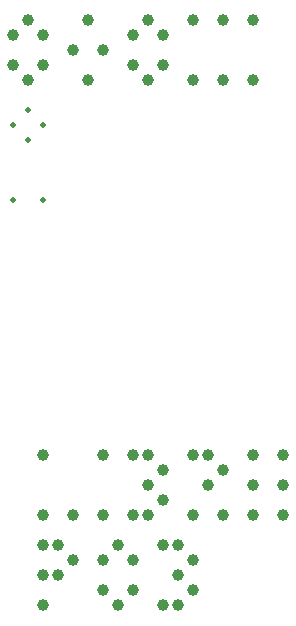
<source format=gbr>
G04 This is an RS-274x file exported by *
G04 gerbv version 2.6.1 *
G04 More information is available about gerbv at *
G04 http://gerbv.geda-project.org/ *
G04 --End of header info--*
%MOIN*%
%FSLAX34Y34*%
%IPPOS*%
G04 --Define apertures--*
%ADD10C,0.0394*%
%ADD11C,0.0197*%
G04 --Start main section--*
G54D10*
G01X-008000Y-007000D03*
G01X-008000Y-005000D03*
G01X-007000Y-007000D03*
G01X-006000Y-007000D03*
G01X-006000Y-005000D03*
G01X-005000Y-005000D03*
G01X-005000Y-007000D03*
G01X-004500Y-007000D03*
G01X-004000Y-006500D03*
G01X-004500Y-006000D03*
G01X-004000Y-005500D03*
G01X-004500Y-005000D03*
G01X-003000Y-005000D03*
G01X-003000Y-007000D03*
G01X-002500Y-006000D03*
G01X-002000Y-005500D03*
G01X-002500Y-005000D03*
G01X-002000Y-007000D03*
G01X-001000Y-007000D03*
G01X-001000Y-005000D03*
G01X0000000Y-005000D03*
G01X0000000Y-006000D03*
G01X0000000Y-007000D03*
G01X-001000Y-006000D03*
G01X-006000Y-008500D03*
G01X-006000Y-009500D03*
G01X-005500Y-010000D03*
G01X-005500Y-008000D03*
G01X-005000Y-008500D03*
G01X-005000Y-009500D03*
G01X-008000Y-008000D03*
G01X-008000Y-010000D03*
G01X-007500Y-008000D03*
G01X-007000Y-008500D03*
G01X-007500Y-009000D03*
G01X-004000Y-008000D03*
G01X-004000Y-010000D03*
G01X-003500Y-010000D03*
G01X-003000Y-009500D03*
G01X-003500Y-009000D03*
G01X-003000Y-008500D03*
G01X-003500Y-008000D03*
G01X-008000Y-009000D03*
G54D11*
G01X-008500Y0006500D03*
G01X-008500Y0005500D03*
G01X-008000Y0006000D03*
G01X-009000Y0006000D03*
G01X-008000Y0003500D03*
G01X-009000Y0003500D03*
G54D10*
G01X-008500Y0007500D03*
G01X-009000Y0008000D03*
G01X-008000Y0008000D03*
G01X-009000Y0009000D03*
G01X-008500Y0009500D03*
G01X-008000Y0009000D03*
G01X-007000Y0008500D03*
G01X-006500Y0007500D03*
G01X-006500Y0009500D03*
G01X-006000Y0008500D03*
G01X-005000Y0008000D03*
G01X-004500Y0007500D03*
G01X-004000Y0008000D03*
G01X-005000Y0009000D03*
G01X-004500Y0009500D03*
G01X-004000Y0009000D03*
G01X-003000Y0009500D03*
G01X-003000Y0007500D03*
G01X-002000Y0007500D03*
G01X-002000Y0009500D03*
G01X-001000Y0007500D03*
G01X-001000Y0009500D03*
M02*

</source>
